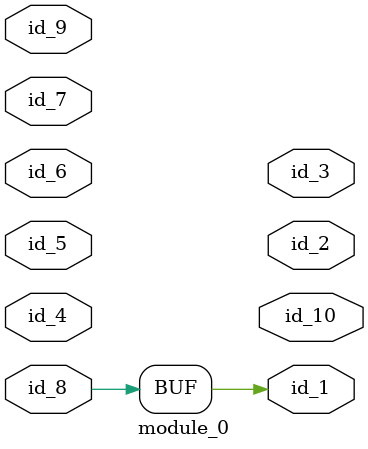
<source format=v>
`timescale 1ps / 1ps
module module_0 (
    id_1,
    id_2,
    id_3,
    id_4,
    id_5,
    id_6,
    id_7,
    id_8,
    id_9,
    id_10
);
  output id_10;
  inout id_9;
  input id_8;
  input id_7;
  inout id_6;
  inout id_5;
  input id_4;
  output id_3;
  output id_2;
  output id_1;
  assign id_1 = id_8;
endmodule

</source>
